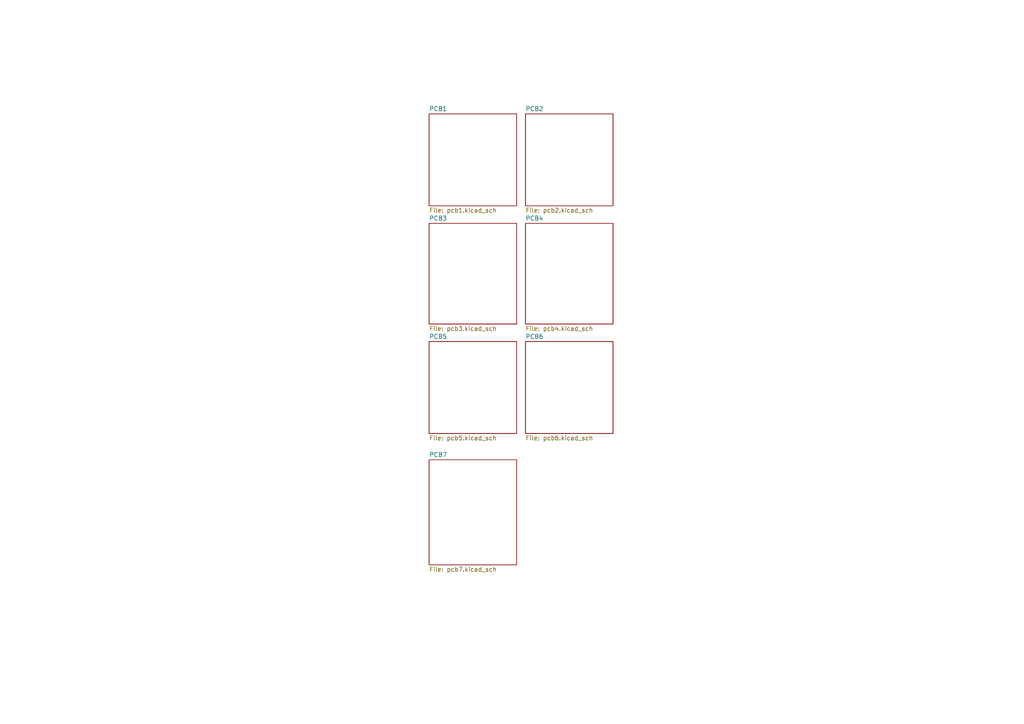
<source format=kicad_sch>
(kicad_sch (version 20211123) (generator eeschema)
  (paper "A4")
  (lib_symbols)
  (sheet (at 124.46 99.06) (size 25.4 26.67) (stroke (width 0.1524))
    (property "Sheet name" "PCB5" (at 124.46 98.3484 0) (effects (justify left bottom)))
    (property "Sheet file" "pcb5.kicad_sch" (at 124.46 126.3146 0) (effects (justify left top)))
  )
  (sheet (at 152.4 99.06) (size 25.4 26.67) (stroke (width 0.1524))
    (property "Sheet name" "PCB6" (at 152.4 98.3484 0) (effects (justify left bottom)))
    (property "Sheet file" "pcb6.kicad_sch" (at 152.4 126.3146 0) (effects (justify left top)))
  )
  (sheet (at 124.46 33.02) (size 25.4 26.67) (stroke (width 0.1524))
    (property "Sheet name" "PCB1" (at 124.46 32.3084 0) (effects (justify left bottom)))
    (property "Sheet file" "pcb1.kicad_sch" (at 124.46 60.2746 0) (effects (justify left top)))
  )
  (sheet (at 124.46 64.77) (size 25.4 29.21) (stroke (width 0.1524))
    (property "Sheet name" "PCB3" (at 124.46 64.0584 0) (effects (justify left bottom)))
    (property "Sheet file" "pcb3.kicad_sch" (at 124.46 94.5646 0) (effects (justify left top)))
  )
  (sheet (at 124.46 133.35) (size 25.4 30.48) (stroke (width 0.1524))
    (property "Sheet name" "PCB7" (at 124.46 132.6384 0) (effects (justify left bottom)))
    (property "Sheet file" "pcb7.kicad_sch" (at 124.46 164.4146 0) (effects (justify left top)))
  )
  (sheet (at 152.4 33.02) (size 25.4 26.67) (stroke (width 0.1524))
    (property "Sheet name" "PCB2" (at 152.4 32.3084 0) (effects (justify left bottom)))
    (property "Sheet file" "pcb2.kicad_sch" (at 152.4 60.2746 0) (effects (justify left top)))
  )
  (sheet (at 152.4 64.77) (size 25.4 29.21) (stroke (width 0.1524))
    (property "Sheet name" "PCB4" (at 152.4 64.0584 0) (effects (justify left bottom)))
    (property "Sheet file" "pcb4.kicad_sch" (at 152.4 94.5646 0) (effects (justify left top)))
  )
)
</source>
